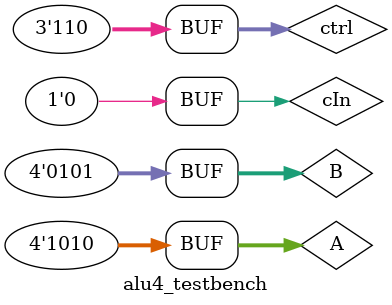
<source format=sv>
`timescale 1ns/10ps

module alu4 (
   output logic [3:0] aluOut,
   output logic       cOut,
   output logic       pg,
   output logic       gg,
   input  logic [3:0] A,
   input  logic [3:0] B,
   input  logic       cIn,
   input  logic [2:0] ctrl
);

   logic [3:0] p, g, c;
   assign c[0] = cIn;

   genvar i;
   generate
      for (i = 0; i < 4; i++) begin : alus
         alu1 alu1 (
            .aluOut(aluOut[i]),
            .p(p[i]),
            .g(g[i]),
            .A(A[i]),
            .B(B[i]),
            .cIn(c[i]),
            .ctrl
         );
      end
   endgenerate

   lcu u (.pg, .gg, .cOut, .c(c[3:1]), .p, .g, .cIn);
endmodule

module alu4_testbench ();
   logic [3:0] aluOut;
   logic       cOut, pg, gg;
   logic [3:0] A, B;
   logic       cIn;
   logic [2:0] ctrl;

   alu4 dut (.aluOut, .cOut, .pg, .gg, .A, .B, .cIn, .ctrl);

   parameter
   ALU_PASS_B   = 3'b000,
   ALU_ADD      = 3'b010,
   ALU_SUBTRACT = 3'b011,
   ALU_AND      = 3'b100,
   ALU_OR       = 3'b101,
   ALU_XOR      = 3'b110;

   assign cIn = ctrl[0];
   initial begin
      ctrl = ALU_PASS_B;
      A = 4'hA; B = 4'hC; #10; assert(aluOut == B);
      A = ~A;   B = ~B;   #10; assert(aluOut == B);

      ctrl = ALU_ADD;
      A = 4'h1; B = 4'h1; #10; // Simple addition
      assert(aluOut == 4'h2 && cOut == 1'b0);

      A = 4'h7; B = 4'h1; #10; // Carry to top bit
      assert(aluOut == 4'h8 && cOut == 1'b0);

      A = 4'hF; B = 4'h1; #10; // Carry through
      assert(aluOut == 4'h0 && cOut == 1'b1);

      A = 4'hC; B = 4'h4; #10; // Carry out
      assert(aluOut == 4'h0 && cOut == 1'b1);

      A = 4'hA; B = 4'h6; #10; // Sum to 0
      assert(aluOut == 4'h0 && cOut == 1'b1);

      A = 4'hF; B = 4'hF; #10; // Largest inputs
      assert(aluOut == 4'hE && cOut == 1'b1);

      ctrl = ALU_SUBTRACT;
      A = 4'h1; B = 4'h1; #10;
      assert(aluOut == 4'h0 && cOut == 1'b1);

      A = 4'h8; B = 4'h1; #10;
      assert(aluOut == 4'h7 && cOut == 1'b1);

      A = 4'h6; B = 4'hA; #10;
      assert(aluOut == 4'hC && cOut == 1'b0);

      ctrl = ALU_AND;
      A = 4'h0; B = 4'h0; #10;
      assert(aluOut == (A & B));

      A = 4'hF; B = 4'hF; #10;
      assert(aluOut == (A & B));

      A = 4'hA; B = 4'h5; #10;
      assert(aluOut == (A & B));

      ctrl = ALU_OR;
      A = 4'h0; B = 4'h0; #10;
      assert(aluOut == (A | B));

      A = 4'hF; B = 4'hF; #10;
      assert(aluOut == (A | B));

      A = 4'hA; B = 4'h5; #10;
      assert(aluOut == (A | B));

      ctrl = ALU_XOR;
      A = 4'h0; B = 4'h0; #10;
      assert(aluOut == (A ^ B));

      A = 4'hF; B = 4'hF; #10;
      assert(aluOut == (A ^ B));

      A = 4'hA; B = 4'h5; #10;
      assert(aluOut == (A ^ B));
   end
endmodule

</source>
